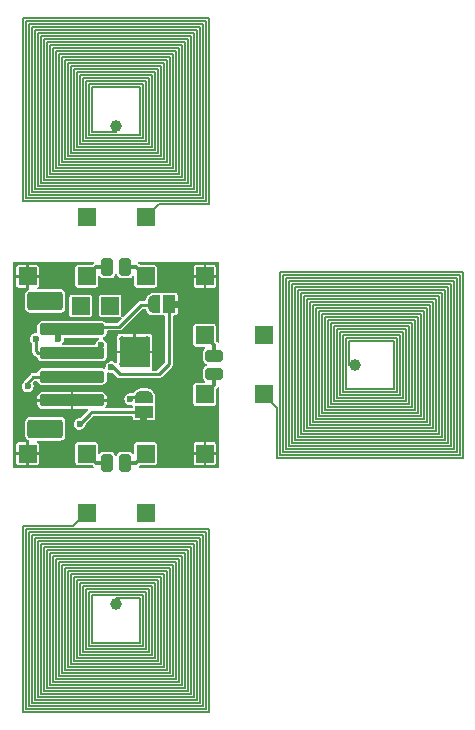
<source format=gbr>
%TF.GenerationSoftware,KiCad,Pcbnew,7.0.5-4d25ed1034~172~ubuntu22.04.1*%
%TF.CreationDate,2023-06-17T19:19:04+02:00*%
%TF.ProjectId,donttouchit,646f6e74-746f-4756-9368-69742e6b6963,rev?*%
%TF.SameCoordinates,Original*%
%TF.FileFunction,Copper,L2,Bot*%
%TF.FilePolarity,Positive*%
%FSLAX46Y46*%
G04 Gerber Fmt 4.6, Leading zero omitted, Abs format (unit mm)*
G04 Created by KiCad (PCBNEW 7.0.5-4d25ed1034~172~ubuntu22.04.1) date 2023-06-17 19:19:04*
%MOMM*%
%LPD*%
G01*
G04 APERTURE LIST*
G04 Aperture macros list*
%AMRoundRect*
0 Rectangle with rounded corners*
0 $1 Rounding radius*
0 $2 $3 $4 $5 $6 $7 $8 $9 X,Y pos of 4 corners*
0 Add a 4 corners polygon primitive as box body*
4,1,4,$2,$3,$4,$5,$6,$7,$8,$9,$2,$3,0*
0 Add four circle primitives for the rounded corners*
1,1,$1+$1,$2,$3*
1,1,$1+$1,$4,$5*
1,1,$1+$1,$6,$7*
1,1,$1+$1,$8,$9*
0 Add four rect primitives between the rounded corners*
20,1,$1+$1,$2,$3,$4,$5,0*
20,1,$1+$1,$4,$5,$6,$7,0*
20,1,$1+$1,$6,$7,$8,$9,0*
20,1,$1+$1,$8,$9,$2,$3,0*%
%AMFreePoly0*
4,1,19,0.550000,-0.750000,0.000000,-0.750000,0.000000,-0.744911,-0.071157,-0.744911,-0.207708,-0.704816,-0.327430,-0.627875,-0.420627,-0.520320,-0.479746,-0.390866,-0.500000,-0.250000,-0.500000,0.250000,-0.479746,0.390866,-0.420627,0.520320,-0.327430,0.627875,-0.207708,0.704816,-0.071157,0.744911,0.000000,0.744911,0.000000,0.750000,0.550000,0.750000,0.550000,-0.750000,0.550000,-0.750000,
$1*%
%AMFreePoly1*
4,1,19,0.000000,0.744911,0.071157,0.744911,0.207708,0.704816,0.327430,0.627875,0.420627,0.520320,0.479746,0.390866,0.500000,0.250000,0.500000,-0.250000,0.479746,-0.390866,0.420627,-0.520320,0.327430,-0.627875,0.207708,-0.704816,0.071157,-0.744911,0.000000,-0.744911,0.000000,-0.750000,-0.550000,-0.750000,-0.550000,0.750000,0.000000,0.750000,0.000000,0.744911,0.000000,0.744911,
$1*%
G04 Aperture macros list end*
%TA.AperFunction,EtchedComponent*%
%ADD10C,0.127000*%
%TD*%
%TA.AperFunction,ComponentPad*%
%ADD11C,0.500000*%
%TD*%
%TA.AperFunction,SMDPad,CuDef*%
%ADD12R,2.600000X2.600000*%
%TD*%
%TA.AperFunction,ComponentPad*%
%ADD13R,1.500000X1.500000*%
%TD*%
%TA.AperFunction,SMDPad,CuDef*%
%ADD14RoundRect,0.031750X0.968250X0.031750X-0.968250X0.031750X-0.968250X-0.031750X0.968250X-0.031750X0*%
%TD*%
%TA.AperFunction,ComponentPad*%
%ADD15C,1.000000*%
%TD*%
%TA.AperFunction,SMDPad,CuDef*%
%ADD16RoundRect,0.250000X0.250000X0.500000X-0.250000X0.500000X-0.250000X-0.500000X0.250000X-0.500000X0*%
%TD*%
%TA.AperFunction,SMDPad,CuDef*%
%ADD17RoundRect,0.031750X-0.968250X-0.031750X0.968250X-0.031750X0.968250X0.031750X-0.968250X0.031750X0*%
%TD*%
%TA.AperFunction,SMDPad,CuDef*%
%ADD18FreePoly0,90.000000*%
%TD*%
%TA.AperFunction,SMDPad,CuDef*%
%ADD19R,1.500000X1.000000*%
%TD*%
%TA.AperFunction,SMDPad,CuDef*%
%ADD20FreePoly1,90.000000*%
%TD*%
%TA.AperFunction,SMDPad,CuDef*%
%ADD21FreePoly0,180.000000*%
%TD*%
%TA.AperFunction,SMDPad,CuDef*%
%ADD22R,1.000000X1.500000*%
%TD*%
%TA.AperFunction,SMDPad,CuDef*%
%ADD23FreePoly1,180.000000*%
%TD*%
%TA.AperFunction,SMDPad,CuDef*%
%ADD24RoundRect,0.031750X0.031750X-0.968250X0.031750X0.968250X-0.031750X0.968250X-0.031750X-0.968250X0*%
%TD*%
%TA.AperFunction,SMDPad,CuDef*%
%ADD25RoundRect,0.250000X-2.500000X0.250000X-2.500000X-0.250000X2.500000X-0.250000X2.500000X0.250000X0*%
%TD*%
%TA.AperFunction,SMDPad,CuDef*%
%ADD26RoundRect,0.250000X-1.250000X0.550000X-1.250000X-0.550000X1.250000X-0.550000X1.250000X0.550000X0*%
%TD*%
%TA.AperFunction,SMDPad,CuDef*%
%ADD27RoundRect,0.250000X0.500000X-0.250000X0.500000X0.250000X-0.500000X0.250000X-0.500000X-0.250000X0*%
%TD*%
%TA.AperFunction,SMDPad,CuDef*%
%ADD28RoundRect,0.250000X-0.250000X-0.500000X0.250000X-0.500000X0.250000X0.500000X-0.250000X0.500000X0*%
%TD*%
%TA.AperFunction,ViaPad*%
%ADD29C,0.600000*%
%TD*%
%TA.AperFunction,Conductor*%
%ADD30C,0.500000*%
%TD*%
%TA.AperFunction,Conductor*%
%ADD31C,0.250000*%
%TD*%
%TA.AperFunction,Conductor*%
%ADD32C,0.300000*%
%TD*%
%TA.AperFunction,Conductor*%
%ADD33C,0.127000*%
%TD*%
G04 APERTURE END LIST*
D10*
%TO.C,L3*%
X151374000Y-68874000D02*
X151374000Y-53126000D01*
X151374000Y-68874000D02*
X150358000Y-68874000D01*
X151374000Y-53126000D02*
X135626000Y-53126000D01*
X151120000Y-68620000D02*
X151120000Y-53380000D01*
X151120000Y-53380000D02*
X135880000Y-53380000D01*
X150866000Y-68366000D02*
X150866000Y-53634000D01*
X150866000Y-53634000D02*
X136134000Y-53634000D01*
X150612000Y-68112000D02*
X150612000Y-53888000D01*
X150612000Y-53888000D02*
X136388000Y-53888000D01*
X150358000Y-67858000D02*
X150358000Y-54142000D01*
X150358000Y-54142000D02*
X136642000Y-54142000D01*
X150104000Y-67604000D02*
X150104000Y-54396000D01*
X150104000Y-54396000D02*
X136896000Y-54396000D01*
X149850000Y-67350000D02*
X149850000Y-54650000D01*
X149850000Y-54650000D02*
X137150000Y-54650000D01*
X149596000Y-67096000D02*
X149596000Y-54904000D01*
X149596000Y-54904000D02*
X137404000Y-54904000D01*
X149342000Y-66842000D02*
X149342000Y-55158000D01*
X149342000Y-55158000D02*
X137658000Y-55158000D01*
X149088000Y-66588000D02*
X149088000Y-55412000D01*
X149088000Y-55412000D02*
X137912000Y-55412000D01*
X148834000Y-66334000D02*
X148834000Y-55666000D01*
X148834000Y-55666000D02*
X138166000Y-55666000D01*
X148580000Y-66080000D02*
X148580000Y-55920000D01*
X148580000Y-55920000D02*
X138420000Y-55920000D01*
X148326000Y-65826000D02*
X148326000Y-56174000D01*
X148326000Y-56174000D02*
X138674000Y-56174000D01*
X148072000Y-65572000D02*
X148072000Y-56428000D01*
X148072000Y-56428000D02*
X138928000Y-56428000D01*
X147818000Y-65318000D02*
X147818000Y-56682000D01*
X147818000Y-56682000D02*
X139182000Y-56682000D01*
X147564000Y-65064000D02*
X147564000Y-56936000D01*
X147564000Y-56936000D02*
X139436000Y-56936000D01*
X147310000Y-64810000D02*
X147310000Y-57190000D01*
X147310000Y-57190000D02*
X139690000Y-57190000D01*
X147056000Y-64556000D02*
X147056000Y-57444000D01*
X147056000Y-57444000D02*
X139944000Y-57444000D01*
X146802000Y-64302000D02*
X146802000Y-57698000D01*
X146802000Y-57698000D02*
X140198000Y-57698000D01*
X146548000Y-64048000D02*
X146548000Y-57952000D01*
X146548000Y-57952000D02*
X140452000Y-57952000D01*
X146294000Y-63794000D02*
X146294000Y-58206000D01*
X146294000Y-58206000D02*
X140706000Y-58206000D01*
X146040000Y-63540000D02*
X146040000Y-58460000D01*
X146040000Y-58460000D02*
X140960000Y-58460000D01*
X145786000Y-63286000D02*
X145786000Y-58714000D01*
X145786000Y-58714000D02*
X141214000Y-58714000D01*
X145532000Y-63032000D02*
X145532000Y-58968000D01*
X145532000Y-58968000D02*
X141468000Y-58968000D01*
X143500000Y-62778000D02*
X143500000Y-62270000D01*
X141468000Y-62778000D02*
X143500000Y-62778000D01*
X141468000Y-58968000D02*
X141468000Y-62778000D01*
X141214000Y-63032000D02*
X145532000Y-63032000D01*
X141214000Y-58714000D02*
X141214000Y-63032000D01*
X140960000Y-63286000D02*
X145786000Y-63286000D01*
X140960000Y-58460000D02*
X140960000Y-63286000D01*
X140706000Y-63540000D02*
X146040000Y-63540000D01*
X140706000Y-58206000D02*
X140706000Y-63540000D01*
X140452000Y-63794000D02*
X146294000Y-63794000D01*
X140452000Y-57952000D02*
X140452000Y-63794000D01*
X140198000Y-64048000D02*
X146548000Y-64048000D01*
X140198000Y-57698000D02*
X140198000Y-64048000D01*
X139944000Y-64302000D02*
X146802000Y-64302000D01*
X139944000Y-57444000D02*
X139944000Y-64302000D01*
X139690000Y-64556000D02*
X147056000Y-64556000D01*
X139690000Y-57190000D02*
X139690000Y-64556000D01*
X139436000Y-64810000D02*
X147310000Y-64810000D01*
X139436000Y-56936000D02*
X139436000Y-64810000D01*
X139182000Y-65064000D02*
X147564000Y-65064000D01*
X139182000Y-56682000D02*
X139182000Y-65064000D01*
X138928000Y-65318000D02*
X147818000Y-65318000D01*
X138928000Y-56428000D02*
X138928000Y-65318000D01*
X138674000Y-65572000D02*
X148072000Y-65572000D01*
X138674000Y-56174000D02*
X138674000Y-65572000D01*
X138420000Y-65826000D02*
X148326000Y-65826000D01*
X138420000Y-55920000D02*
X138420000Y-65826000D01*
X138166000Y-66080000D02*
X148580000Y-66080000D01*
X138166000Y-55666000D02*
X138166000Y-66080000D01*
X137912000Y-66334000D02*
X148834000Y-66334000D01*
X137912000Y-55412000D02*
X137912000Y-66334000D01*
X137658000Y-66588000D02*
X149088000Y-66588000D01*
X137658000Y-55158000D02*
X137658000Y-66588000D01*
X137404000Y-66842000D02*
X149342000Y-66842000D01*
X137404000Y-54904000D02*
X137404000Y-66842000D01*
X137150000Y-67096000D02*
X149596000Y-67096000D01*
X137150000Y-54650000D02*
X137150000Y-67096000D01*
X136896000Y-67350000D02*
X149850000Y-67350000D01*
X136896000Y-54396000D02*
X136896000Y-67350000D01*
X136642000Y-67604000D02*
X150104000Y-67604000D01*
X136642000Y-54142000D02*
X136642000Y-67604000D01*
X136388000Y-67858000D02*
X150358000Y-67858000D01*
X136388000Y-53888000D02*
X136388000Y-67858000D01*
X136134000Y-68112000D02*
X150612000Y-68112000D01*
X136134000Y-53634000D02*
X136134000Y-68112000D01*
X135880000Y-68366000D02*
X150866000Y-68366000D01*
X135880000Y-53380000D02*
X135880000Y-68366000D01*
X135626000Y-68620000D02*
X151120000Y-68620000D01*
X135626000Y-53126000D02*
X135626000Y-68620000D01*
%TO.C,L1*%
X135626000Y-96126000D02*
X135626000Y-111874000D01*
X135626000Y-96126000D02*
X136642000Y-96126000D01*
X135626000Y-111874000D02*
X151374000Y-111874000D01*
X135880000Y-96380000D02*
X135880000Y-111620000D01*
X135880000Y-111620000D02*
X151120000Y-111620000D01*
X136134000Y-96634000D02*
X136134000Y-111366000D01*
X136134000Y-111366000D02*
X150866000Y-111366000D01*
X136388000Y-96888000D02*
X136388000Y-111112000D01*
X136388000Y-111112000D02*
X150612000Y-111112000D01*
X136642000Y-97142000D02*
X136642000Y-110858000D01*
X136642000Y-110858000D02*
X150358000Y-110858000D01*
X136896000Y-97396000D02*
X136896000Y-110604000D01*
X136896000Y-110604000D02*
X150104000Y-110604000D01*
X137150000Y-97650000D02*
X137150000Y-110350000D01*
X137150000Y-110350000D02*
X149850000Y-110350000D01*
X137404000Y-97904000D02*
X137404000Y-110096000D01*
X137404000Y-110096000D02*
X149596000Y-110096000D01*
X137658000Y-98158000D02*
X137658000Y-109842000D01*
X137658000Y-109842000D02*
X149342000Y-109842000D01*
X137912000Y-98412000D02*
X137912000Y-109588000D01*
X137912000Y-109588000D02*
X149088000Y-109588000D01*
X138166000Y-98666000D02*
X138166000Y-109334000D01*
X138166000Y-109334000D02*
X148834000Y-109334000D01*
X138420000Y-98920000D02*
X138420000Y-109080000D01*
X138420000Y-109080000D02*
X148580000Y-109080000D01*
X138674000Y-99174000D02*
X138674000Y-108826000D01*
X138674000Y-108826000D02*
X148326000Y-108826000D01*
X138928000Y-99428000D02*
X138928000Y-108572000D01*
X138928000Y-108572000D02*
X148072000Y-108572000D01*
X139182000Y-99682000D02*
X139182000Y-108318000D01*
X139182000Y-108318000D02*
X147818000Y-108318000D01*
X139436000Y-99936000D02*
X139436000Y-108064000D01*
X139436000Y-108064000D02*
X147564000Y-108064000D01*
X139690000Y-100190000D02*
X139690000Y-107810000D01*
X139690000Y-107810000D02*
X147310000Y-107810000D01*
X139944000Y-100444000D02*
X139944000Y-107556000D01*
X139944000Y-107556000D02*
X147056000Y-107556000D01*
X140198000Y-100698000D02*
X140198000Y-107302000D01*
X140198000Y-107302000D02*
X146802000Y-107302000D01*
X140452000Y-100952000D02*
X140452000Y-107048000D01*
X140452000Y-107048000D02*
X146548000Y-107048000D01*
X140706000Y-101206000D02*
X140706000Y-106794000D01*
X140706000Y-106794000D02*
X146294000Y-106794000D01*
X140960000Y-101460000D02*
X140960000Y-106540000D01*
X140960000Y-106540000D02*
X146040000Y-106540000D01*
X141214000Y-101714000D02*
X141214000Y-106286000D01*
X141214000Y-106286000D02*
X145786000Y-106286000D01*
X141468000Y-101968000D02*
X141468000Y-106032000D01*
X141468000Y-106032000D02*
X145532000Y-106032000D01*
X143500000Y-102222000D02*
X143500000Y-102730000D01*
X145532000Y-102222000D02*
X143500000Y-102222000D01*
X145532000Y-106032000D02*
X145532000Y-102222000D01*
X145786000Y-101968000D02*
X141468000Y-101968000D01*
X145786000Y-106286000D02*
X145786000Y-101968000D01*
X146040000Y-101714000D02*
X141214000Y-101714000D01*
X146040000Y-106540000D02*
X146040000Y-101714000D01*
X146294000Y-101460000D02*
X140960000Y-101460000D01*
X146294000Y-106794000D02*
X146294000Y-101460000D01*
X146548000Y-101206000D02*
X140706000Y-101206000D01*
X146548000Y-107048000D02*
X146548000Y-101206000D01*
X146802000Y-100952000D02*
X140452000Y-100952000D01*
X146802000Y-107302000D02*
X146802000Y-100952000D01*
X147056000Y-100698000D02*
X140198000Y-100698000D01*
X147056000Y-107556000D02*
X147056000Y-100698000D01*
X147310000Y-100444000D02*
X139944000Y-100444000D01*
X147310000Y-107810000D02*
X147310000Y-100444000D01*
X147564000Y-100190000D02*
X139690000Y-100190000D01*
X147564000Y-108064000D02*
X147564000Y-100190000D01*
X147818000Y-99936000D02*
X139436000Y-99936000D01*
X147818000Y-108318000D02*
X147818000Y-99936000D01*
X148072000Y-99682000D02*
X139182000Y-99682000D01*
X148072000Y-108572000D02*
X148072000Y-99682000D01*
X148326000Y-99428000D02*
X138928000Y-99428000D01*
X148326000Y-108826000D02*
X148326000Y-99428000D01*
X148580000Y-99174000D02*
X138674000Y-99174000D01*
X148580000Y-109080000D02*
X148580000Y-99174000D01*
X148834000Y-98920000D02*
X138420000Y-98920000D01*
X148834000Y-109334000D02*
X148834000Y-98920000D01*
X149088000Y-98666000D02*
X138166000Y-98666000D01*
X149088000Y-109588000D02*
X149088000Y-98666000D01*
X149342000Y-98412000D02*
X137912000Y-98412000D01*
X149342000Y-109842000D02*
X149342000Y-98412000D01*
X149596000Y-98158000D02*
X137658000Y-98158000D01*
X149596000Y-110096000D02*
X149596000Y-98158000D01*
X149850000Y-97904000D02*
X137404000Y-97904000D01*
X149850000Y-110350000D02*
X149850000Y-97904000D01*
X150104000Y-97650000D02*
X137150000Y-97650000D01*
X150104000Y-110604000D02*
X150104000Y-97650000D01*
X150358000Y-97396000D02*
X136896000Y-97396000D01*
X150358000Y-110858000D02*
X150358000Y-97396000D01*
X150612000Y-97142000D02*
X136642000Y-97142000D01*
X150612000Y-111112000D02*
X150612000Y-97142000D01*
X150866000Y-96888000D02*
X136388000Y-96888000D01*
X150866000Y-111366000D02*
X150866000Y-96888000D01*
X151120000Y-96634000D02*
X136134000Y-96634000D01*
X151120000Y-111620000D02*
X151120000Y-96634000D01*
X151374000Y-96380000D02*
X135880000Y-96380000D01*
X151374000Y-111874000D02*
X151374000Y-96380000D01*
%TA.AperFunction,EtchedComponent*%
%TO.C,JP1*%
G36*
X146142500Y-87400000D02*
G01*
X145542500Y-87400000D01*
X145542500Y-86900000D01*
X146142500Y-86900000D01*
X146142500Y-87400000D01*
G37*
%TD.AperFunction*%
%TA.AperFunction,EtchedComponent*%
%TO.C,JP2*%
G36*
X148900000Y-77657500D02*
G01*
X148400000Y-77657500D01*
X148400000Y-77057500D01*
X148900000Y-77057500D01*
X148900000Y-77657500D01*
G37*
%TD.AperFunction*%
%TO.C,L2*%
X157126000Y-90374000D02*
X172874000Y-90374000D01*
X157126000Y-90374000D02*
X157126000Y-89358000D01*
X172874000Y-90374000D02*
X172874000Y-74626000D01*
X157380000Y-90120000D02*
X172620000Y-90120000D01*
X172620000Y-90120000D02*
X172620000Y-74880000D01*
X157634000Y-89866000D02*
X172366000Y-89866000D01*
X172366000Y-89866000D02*
X172366000Y-75134000D01*
X157888000Y-89612000D02*
X172112000Y-89612000D01*
X172112000Y-89612000D02*
X172112000Y-75388000D01*
X158142000Y-89358000D02*
X171858000Y-89358000D01*
X171858000Y-89358000D02*
X171858000Y-75642000D01*
X158396000Y-89104000D02*
X171604000Y-89104000D01*
X171604000Y-89104000D02*
X171604000Y-75896000D01*
X158650000Y-88850000D02*
X171350000Y-88850000D01*
X171350000Y-88850000D02*
X171350000Y-76150000D01*
X158904000Y-88596000D02*
X171096000Y-88596000D01*
X171096000Y-88596000D02*
X171096000Y-76404000D01*
X159158000Y-88342000D02*
X170842000Y-88342000D01*
X170842000Y-88342000D02*
X170842000Y-76658000D01*
X159412000Y-88088000D02*
X170588000Y-88088000D01*
X170588000Y-88088000D02*
X170588000Y-76912000D01*
X159666000Y-87834000D02*
X170334000Y-87834000D01*
X170334000Y-87834000D02*
X170334000Y-77166000D01*
X159920000Y-87580000D02*
X170080000Y-87580000D01*
X170080000Y-87580000D02*
X170080000Y-77420000D01*
X160174000Y-87326000D02*
X169826000Y-87326000D01*
X169826000Y-87326000D02*
X169826000Y-77674000D01*
X160428000Y-87072000D02*
X169572000Y-87072000D01*
X169572000Y-87072000D02*
X169572000Y-77928000D01*
X160682000Y-86818000D02*
X169318000Y-86818000D01*
X169318000Y-86818000D02*
X169318000Y-78182000D01*
X160936000Y-86564000D02*
X169064000Y-86564000D01*
X169064000Y-86564000D02*
X169064000Y-78436000D01*
X161190000Y-86310000D02*
X168810000Y-86310000D01*
X168810000Y-86310000D02*
X168810000Y-78690000D01*
X161444000Y-86056000D02*
X168556000Y-86056000D01*
X168556000Y-86056000D02*
X168556000Y-78944000D01*
X161698000Y-85802000D02*
X168302000Y-85802000D01*
X168302000Y-85802000D02*
X168302000Y-79198000D01*
X161952000Y-85548000D02*
X168048000Y-85548000D01*
X168048000Y-85548000D02*
X168048000Y-79452000D01*
X162206000Y-85294000D02*
X167794000Y-85294000D01*
X167794000Y-85294000D02*
X167794000Y-79706000D01*
X162460000Y-85040000D02*
X167540000Y-85040000D01*
X167540000Y-85040000D02*
X167540000Y-79960000D01*
X162714000Y-84786000D02*
X167286000Y-84786000D01*
X167286000Y-84786000D02*
X167286000Y-80214000D01*
X162968000Y-84532000D02*
X167032000Y-84532000D01*
X167032000Y-84532000D02*
X167032000Y-80468000D01*
X163222000Y-82500000D02*
X163730000Y-82500000D01*
X163222000Y-80468000D02*
X163222000Y-82500000D01*
X167032000Y-80468000D02*
X163222000Y-80468000D01*
X162968000Y-80214000D02*
X162968000Y-84532000D01*
X167286000Y-80214000D02*
X162968000Y-80214000D01*
X162714000Y-79960000D02*
X162714000Y-84786000D01*
X167540000Y-79960000D02*
X162714000Y-79960000D01*
X162460000Y-79706000D02*
X162460000Y-85040000D01*
X167794000Y-79706000D02*
X162460000Y-79706000D01*
X162206000Y-79452000D02*
X162206000Y-85294000D01*
X168048000Y-79452000D02*
X162206000Y-79452000D01*
X161952000Y-79198000D02*
X161952000Y-85548000D01*
X168302000Y-79198000D02*
X161952000Y-79198000D01*
X161698000Y-78944000D02*
X161698000Y-85802000D01*
X168556000Y-78944000D02*
X161698000Y-78944000D01*
X161444000Y-78690000D02*
X161444000Y-86056000D01*
X168810000Y-78690000D02*
X161444000Y-78690000D01*
X161190000Y-78436000D02*
X161190000Y-86310000D01*
X169064000Y-78436000D02*
X161190000Y-78436000D01*
X160936000Y-78182000D02*
X160936000Y-86564000D01*
X169318000Y-78182000D02*
X160936000Y-78182000D01*
X160682000Y-77928000D02*
X160682000Y-86818000D01*
X169572000Y-77928000D02*
X160682000Y-77928000D01*
X160428000Y-77674000D02*
X160428000Y-87072000D01*
X169826000Y-77674000D02*
X160428000Y-77674000D01*
X160174000Y-77420000D02*
X160174000Y-87326000D01*
X170080000Y-77420000D02*
X160174000Y-77420000D01*
X159920000Y-77166000D02*
X159920000Y-87580000D01*
X170334000Y-77166000D02*
X159920000Y-77166000D01*
X159666000Y-76912000D02*
X159666000Y-87834000D01*
X170588000Y-76912000D02*
X159666000Y-76912000D01*
X159412000Y-76658000D02*
X159412000Y-88088000D01*
X170842000Y-76658000D02*
X159412000Y-76658000D01*
X159158000Y-76404000D02*
X159158000Y-88342000D01*
X171096000Y-76404000D02*
X159158000Y-76404000D01*
X158904000Y-76150000D02*
X158904000Y-88596000D01*
X171350000Y-76150000D02*
X158904000Y-76150000D01*
X158650000Y-75896000D02*
X158650000Y-88850000D01*
X171604000Y-75896000D02*
X158650000Y-75896000D01*
X158396000Y-75642000D02*
X158396000Y-89104000D01*
X171858000Y-75642000D02*
X158396000Y-75642000D01*
X158142000Y-75388000D02*
X158142000Y-89358000D01*
X172112000Y-75388000D02*
X158142000Y-75388000D01*
X157888000Y-75134000D02*
X157888000Y-89612000D01*
X172366000Y-75134000D02*
X157888000Y-75134000D01*
X157634000Y-74880000D02*
X157634000Y-89866000D01*
X172620000Y-74880000D02*
X157634000Y-74880000D01*
X157380000Y-74626000D02*
X157380000Y-90120000D01*
X172874000Y-74626000D02*
X157380000Y-74626000D01*
%TD*%
D11*
%TO.P,U1,17,GND*%
%TO.N,GND*%
X144012500Y-80337500D03*
X144012500Y-81387500D03*
X144012500Y-82437500D03*
X145062500Y-80337500D03*
X145062500Y-81387500D03*
D12*
X145062500Y-81387500D03*
D11*
X145062500Y-82437500D03*
X146112500Y-80337500D03*
X146112500Y-81387500D03*
X146112500Y-82437500D03*
%TD*%
D13*
%TO.P,TP3,1,1*%
%TO.N,IN1A*%
X156000000Y-85000000D03*
%TD*%
%TO.P,TP5,1,1*%
%TO.N,IN2A*%
X146000000Y-70000000D03*
%TD*%
%TO.P,TP9,1,1*%
%TO.N,IN0A*%
X141000000Y-90000000D03*
%TD*%
%TO.P,TP17,1,1*%
%TO.N,GND*%
X136000000Y-90000000D03*
%TD*%
%TO.P,TP4,1,1*%
%TO.N,IN1B*%
X156000000Y-80000000D03*
%TD*%
%TO.P,TP8,1,1*%
%TO.N,IN2B*%
X141000000Y-70000000D03*
%TD*%
%TO.P,TP1,1,1*%
%TO.N,IN0A*%
X141000000Y-95000000D03*
%TD*%
%TO.P,TP10,1,1*%
%TO.N,IN0B*%
X146000000Y-90000000D03*
%TD*%
%TO.P,TP14,1,1*%
%TO.N,IN3B*%
X140500000Y-77500000D03*
%TD*%
%TO.P,TP13,1,1*%
%TO.N,IN3A*%
X143000000Y-77500000D03*
%TD*%
%TO.P,TP19,1,1*%
%TO.N,GND*%
X151000000Y-90000000D03*
%TD*%
%TO.P,TP11,1,1*%
%TO.N,IN1A*%
X151000000Y-85000000D03*
%TD*%
%TO.P,TP7,1,1*%
%TO.N,IN2A*%
X146000000Y-75000000D03*
%TD*%
%TO.P,TP12,1,1*%
%TO.N,IN1B*%
X151000000Y-80000000D03*
%TD*%
%TO.P,TP2,1,1*%
%TO.N,IN0B*%
X146000000Y-95000000D03*
%TD*%
%TO.P,TP16,1,1*%
%TO.N,GND*%
X136000000Y-75000000D03*
%TD*%
%TO.P,TP18,1,1*%
%TO.N,GND*%
X151000000Y-75000000D03*
%TD*%
%TO.P,TP6,1,1*%
%TO.N,IN2B*%
X141000000Y-75000000D03*
%TD*%
D14*
%TO.P,L3,1,1*%
%TO.N,IN2A*%
X150104000Y-68874000D03*
D15*
%TO.P,L3,C*%
%TO.N,N/C*%
X143500000Y-62270000D03*
%TD*%
D16*
%TO.P,J6,1,Pin_1*%
%TO.N,IN2A*%
X144262000Y-74200000D03*
%TO.P,J6,2,Pin_2*%
%TO.N,IN2B*%
X142738000Y-74200000D03*
%TD*%
D17*
%TO.P,L1,1,1*%
%TO.N,IN0A*%
X136896000Y-96126000D03*
D15*
%TO.P,L1,C*%
%TO.N,N/C*%
X143500000Y-102730000D03*
%TD*%
D18*
%TO.P,JP1,1,A*%
%TO.N,GND*%
X145842500Y-87800000D03*
D19*
%TO.P,JP1,2,C*%
%TO.N,Net-(JP1-C)*%
X145842500Y-86500000D03*
D20*
%TO.P,JP1,3,B*%
%TO.N,VCC*%
X145842500Y-85200000D03*
%TD*%
D21*
%TO.P,JP2,1,A*%
%TO.N,GND*%
X149300000Y-77357500D03*
D22*
%TO.P,JP2,2,C*%
%TO.N,Net-(JP2-C)*%
X148000000Y-77357500D03*
D23*
%TO.P,JP2,3,B*%
%TO.N,VCC*%
X146700000Y-77357500D03*
%TD*%
D24*
%TO.P,L2,1,1*%
%TO.N,IN1A*%
X157126000Y-89104000D03*
D15*
%TO.P,L2,C*%
%TO.N,N/C*%
X163730000Y-82500000D03*
%TD*%
D25*
%TO.P,J10,1,Pin_1*%
%TO.N,VCC*%
X139750000Y-79500000D03*
%TO.P,J10,2,Pin_2*%
%TO.N,Net-(J10-Pin_2)*%
X139750000Y-81500000D03*
%TO.P,J10,3,Pin_3*%
%TO.N,Net-(J10-Pin_3)*%
X139750000Y-83500000D03*
%TO.P,J10,4,Pin_4*%
%TO.N,GND*%
X139750000Y-85500000D03*
D26*
%TO.P,J10,MP*%
%TO.N,N/C*%
X137500000Y-77100000D03*
X137500000Y-87900000D03*
%TD*%
D27*
%TO.P,J5,1,Pin_1*%
%TO.N,IN1A*%
X151800000Y-83262000D03*
%TO.P,J5,2,Pin_2*%
%TO.N,IN1B*%
X151800000Y-81738000D03*
%TD*%
D28*
%TO.P,J4,1,Pin_1*%
%TO.N,IN0A*%
X142738000Y-90800000D03*
%TO.P,J4,2,Pin_2*%
%TO.N,IN0B*%
X144262000Y-90800000D03*
%TD*%
D29*
%TO.N,VCC*%
X138600000Y-80300000D03*
X144700000Y-85400000D03*
%TO.N,GND*%
X136800000Y-86400000D03*
X140600000Y-80500000D03*
X144712500Y-87787500D03*
X143000000Y-83500000D03*
%TO.N,Net-(J10-Pin_2)*%
X142250000Y-80830000D03*
X136700000Y-80300000D03*
%TO.N,Net-(J10-Pin_3)*%
X136000000Y-84300000D03*
%TO.N,Net-(JP1-C)*%
X140400000Y-87500000D03*
%TO.N,Net-(JP2-C)*%
X143100000Y-82700000D03*
%TD*%
D30*
%TO.N,VCC*%
X138600000Y-80300000D02*
X138600000Y-79500000D01*
D31*
X145842500Y-85200000D02*
X144900000Y-85200000D01*
X145600000Y-77400000D02*
X143750000Y-79250000D01*
X143750000Y-79250000D02*
X139750000Y-79250000D01*
X146700000Y-77357500D02*
X146657500Y-77400000D01*
D30*
X138750000Y-79250000D02*
X138600000Y-79400000D01*
D31*
X144900000Y-85200000D02*
X144700000Y-85400000D01*
X146657500Y-77400000D02*
X145600000Y-77400000D01*
D30*
X139750000Y-79500000D02*
X138600000Y-79500000D01*
D32*
%TO.N,IN0B*%
X144262000Y-90800000D02*
X145200000Y-90800000D01*
X145200000Y-90800000D02*
X146000000Y-90000000D01*
D33*
%TO.N,IN0A*%
X139874000Y-96126000D02*
X141000000Y-95000000D01*
D32*
X142738000Y-90800000D02*
X141800000Y-90800000D01*
X141800000Y-90800000D02*
X141000000Y-90000000D01*
D33*
X136896000Y-96126000D02*
X139874000Y-96126000D01*
D32*
%TO.N,IN1B*%
X151800000Y-80800000D02*
X151000000Y-80000000D01*
X151800000Y-81738000D02*
X151800000Y-80800000D01*
%TO.N,IN1A*%
X151800000Y-84200000D02*
X151000000Y-85000000D01*
X151800000Y-83262000D02*
X151800000Y-84200000D01*
D33*
X157126000Y-89104000D02*
X157126000Y-86126000D01*
X157126000Y-86126000D02*
X156000000Y-85000000D01*
D32*
%TO.N,IN2B*%
X141800000Y-74200000D02*
X141000000Y-75000000D01*
X142738000Y-74200000D02*
X141800000Y-74200000D01*
%TO.N,IN2A*%
X144262000Y-74200000D02*
X145200000Y-74200000D01*
X145200000Y-74200000D02*
X146000000Y-75000000D01*
D33*
X147126000Y-68874000D02*
X146000000Y-70000000D01*
X150104000Y-68874000D02*
X147126000Y-68874000D01*
D31*
%TO.N,Net-(J10-Pin_2)*%
X141580000Y-81500000D02*
X139750000Y-81500000D01*
X136900000Y-81500000D02*
X139750000Y-81500000D01*
X136700000Y-81300000D02*
X136900000Y-81500000D01*
X136700000Y-80300000D02*
X136700000Y-81300000D01*
X142250000Y-80830000D02*
X141580000Y-81500000D01*
%TO.N,Net-(J10-Pin_3)*%
X136500000Y-83500000D02*
X139750000Y-83500000D01*
X136000000Y-84300000D02*
X136000000Y-84000000D01*
X136000000Y-84000000D02*
X136500000Y-83500000D01*
%TO.N,Net-(JP1-C)*%
X141400000Y-86500000D02*
X141250000Y-86650000D01*
X145842500Y-86500000D02*
X141400000Y-86500000D01*
X141250000Y-86650000D02*
X140400000Y-87500000D01*
%TO.N,Net-(JP2-C)*%
X148000000Y-82400000D02*
X147100000Y-83300000D01*
X148000000Y-77357500D02*
X148000000Y-82400000D01*
X147100000Y-83300000D02*
X143800000Y-83300000D01*
X143800000Y-83300000D02*
X143200000Y-82700000D01*
X143200000Y-82700000D02*
X143100000Y-82700000D01*
%TD*%
%TA.AperFunction,Conductor*%
%TO.N,GND*%
G36*
X144928014Y-81309854D02*
G01*
X144907209Y-81387500D01*
X144928014Y-81465145D01*
X144950369Y-81487500D01*
X144124632Y-81487500D01*
X144146986Y-81465146D01*
X144167791Y-81387500D01*
X144146986Y-81309855D01*
X144124631Y-81287500D01*
X144950368Y-81287500D01*
X144928014Y-81309854D01*
G37*
%TD.AperFunction*%
%TA.AperFunction,Conductor*%
G36*
X145978014Y-81309854D02*
G01*
X145957209Y-81387500D01*
X145978014Y-81465145D01*
X146000369Y-81487500D01*
X145174632Y-81487500D01*
X145196986Y-81465146D01*
X145217791Y-81387500D01*
X145196986Y-81309855D01*
X145174631Y-81287500D01*
X146000368Y-81287500D01*
X145978014Y-81309854D01*
G37*
%TD.AperFunction*%
%TA.AperFunction,Conductor*%
G36*
X145162500Y-81275368D02*
G01*
X145140145Y-81253014D01*
X145082246Y-81237500D01*
X145042754Y-81237500D01*
X144984855Y-81253014D01*
X144962500Y-81275368D01*
X144962500Y-80449631D01*
X144984855Y-80471986D01*
X145042754Y-80487500D01*
X145082246Y-80487500D01*
X145140145Y-80471986D01*
X145162500Y-80449631D01*
X145162500Y-81275368D01*
G37*
%TD.AperFunction*%
%TA.AperFunction,Conductor*%
G36*
X142024795Y-80219407D02*
G01*
X142060759Y-80268907D01*
X142060759Y-80330093D01*
X142024795Y-80379593D01*
X142020127Y-80382784D01*
X141918873Y-80447855D01*
X141824622Y-80556628D01*
X141764834Y-80687544D01*
X141760946Y-80714588D01*
X141733951Y-80769496D01*
X141679837Y-80798050D01*
X141662954Y-80799500D01*
X139046217Y-80799500D01*
X138988026Y-80780593D01*
X138952062Y-80731093D01*
X138952062Y-80669907D01*
X138971398Y-80635669D01*
X138985877Y-80618957D01*
X139025377Y-80573373D01*
X139085165Y-80442457D01*
X139097291Y-80358116D01*
X139105647Y-80300002D01*
X139105647Y-80299500D01*
X139105776Y-80299101D01*
X139106655Y-80292991D01*
X139107712Y-80293143D01*
X139124554Y-80241309D01*
X139174054Y-80205345D01*
X139204647Y-80200500D01*
X141966604Y-80200500D01*
X142024795Y-80219407D01*
G37*
%TD.AperFunction*%
%TA.AperFunction,Conductor*%
G36*
X141570348Y-73768907D02*
G01*
X141606312Y-73818407D01*
X141606312Y-73879593D01*
X141584990Y-73916054D01*
X141547727Y-73956530D01*
X141546312Y-73958004D01*
X141483816Y-74020502D01*
X141429300Y-74048281D01*
X141413811Y-74049500D01*
X140230252Y-74049500D01*
X140230251Y-74049500D01*
X140230241Y-74049501D01*
X140171772Y-74061132D01*
X140171766Y-74061134D01*
X140105451Y-74105445D01*
X140105445Y-74105451D01*
X140061134Y-74171766D01*
X140061132Y-74171772D01*
X140049501Y-74230241D01*
X140049500Y-74230253D01*
X140049500Y-75769746D01*
X140049501Y-75769758D01*
X140061094Y-75828036D01*
X140061133Y-75828231D01*
X140105448Y-75894552D01*
X140171769Y-75938867D01*
X140216231Y-75947711D01*
X140230241Y-75950498D01*
X140230246Y-75950498D01*
X140230252Y-75950500D01*
X140230253Y-75950500D01*
X141769747Y-75950500D01*
X141769748Y-75950500D01*
X141828231Y-75938867D01*
X141894552Y-75894552D01*
X141938867Y-75828231D01*
X141950500Y-75769748D01*
X141950500Y-75031218D01*
X141969407Y-74973027D01*
X142018907Y-74937063D01*
X142080093Y-74937063D01*
X142129155Y-74972430D01*
X142165845Y-75022144D01*
X142165850Y-75022150D01*
X142165853Y-75022152D01*
X142165855Y-75022154D01*
X142275116Y-75102792D01*
X142275117Y-75102792D01*
X142275118Y-75102793D01*
X142403301Y-75147646D01*
X142433725Y-75150499D01*
X142433727Y-75150500D01*
X142433734Y-75150500D01*
X143042273Y-75150500D01*
X143042273Y-75150499D01*
X143072699Y-75147646D01*
X143200882Y-75102793D01*
X143310150Y-75022150D01*
X143390793Y-74912882D01*
X143406556Y-74867835D01*
X143443621Y-74819154D01*
X143502221Y-74801557D01*
X143559973Y-74821765D01*
X143593444Y-74867835D01*
X143609206Y-74912881D01*
X143609207Y-74912883D01*
X143689845Y-75022144D01*
X143689846Y-75022145D01*
X143689850Y-75022150D01*
X143689853Y-75022152D01*
X143689855Y-75022154D01*
X143799116Y-75102792D01*
X143799117Y-75102792D01*
X143799118Y-75102793D01*
X143927301Y-75147646D01*
X143957725Y-75150499D01*
X143957727Y-75150500D01*
X143957734Y-75150500D01*
X144566273Y-75150500D01*
X144566273Y-75150499D01*
X144596699Y-75147646D01*
X144724882Y-75102793D01*
X144834150Y-75022150D01*
X144870844Y-74972430D01*
X144920612Y-74936837D01*
X144981796Y-74937295D01*
X145031025Y-74973628D01*
X145049500Y-75031218D01*
X145049500Y-75769746D01*
X145049501Y-75769758D01*
X145061094Y-75828036D01*
X145061133Y-75828231D01*
X145105448Y-75894552D01*
X145171769Y-75938867D01*
X145216231Y-75947711D01*
X145230241Y-75950498D01*
X145230246Y-75950498D01*
X145230252Y-75950500D01*
X145230253Y-75950500D01*
X146769747Y-75950500D01*
X146769748Y-75950500D01*
X146828231Y-75938867D01*
X146894552Y-75894552D01*
X146938867Y-75828231D01*
X146950500Y-75769748D01*
X146950500Y-75769700D01*
X150050000Y-75769700D01*
X150061603Y-75828036D01*
X150105806Y-75894189D01*
X150105810Y-75894193D01*
X150171963Y-75938396D01*
X150230299Y-75949999D01*
X150230303Y-75950000D01*
X150899999Y-75950000D01*
X150900000Y-75949999D01*
X150900000Y-75335720D01*
X150941595Y-75350000D01*
X151029005Y-75350000D01*
X151100000Y-75338153D01*
X151100000Y-75949999D01*
X151100001Y-75950000D01*
X151769697Y-75950000D01*
X151769700Y-75949999D01*
X151828036Y-75938396D01*
X151894189Y-75894193D01*
X151894193Y-75894189D01*
X151938396Y-75828036D01*
X151949999Y-75769700D01*
X151950000Y-75769697D01*
X151950000Y-75100001D01*
X151949999Y-75100000D01*
X151338327Y-75100000D01*
X151343982Y-75087108D01*
X151353628Y-74970698D01*
X151335725Y-74900000D01*
X151949999Y-74900000D01*
X151950000Y-74899998D01*
X151950000Y-74230302D01*
X151949999Y-74230299D01*
X151938396Y-74171963D01*
X151894193Y-74105810D01*
X151894189Y-74105806D01*
X151828036Y-74061603D01*
X151769700Y-74050000D01*
X151100001Y-74050000D01*
X151100000Y-74050001D01*
X151100000Y-74664279D01*
X151058405Y-74650000D01*
X150970995Y-74650000D01*
X150900000Y-74661846D01*
X150900000Y-74050001D01*
X150899999Y-74050000D01*
X150230299Y-74050000D01*
X150171963Y-74061603D01*
X150105810Y-74105806D01*
X150105806Y-74105810D01*
X150061603Y-74171963D01*
X150050000Y-74230299D01*
X150050000Y-74899999D01*
X150050001Y-74900000D01*
X150661673Y-74900000D01*
X150656018Y-74912892D01*
X150646372Y-75029302D01*
X150664275Y-75100000D01*
X150050001Y-75100000D01*
X150050000Y-75100001D01*
X150050000Y-75769700D01*
X146950500Y-75769700D01*
X146950500Y-74230252D01*
X146938867Y-74171769D01*
X146894552Y-74105448D01*
X146894548Y-74105445D01*
X146828233Y-74061134D01*
X146828231Y-74061133D01*
X146828228Y-74061132D01*
X146828227Y-74061132D01*
X146769758Y-74049501D01*
X146769748Y-74049500D01*
X146769747Y-74049500D01*
X145586190Y-74049500D01*
X145527999Y-74030593D01*
X145516186Y-74020504D01*
X145480801Y-73985119D01*
X145467925Y-73969262D01*
X145461437Y-73959331D01*
X145434885Y-73938665D01*
X145430283Y-73934601D01*
X145427306Y-73931624D01*
X145426032Y-73930714D01*
X145424430Y-73929571D01*
X145388058Y-73880371D01*
X145387551Y-73819188D01*
X145423104Y-73769392D01*
X145481136Y-73750003D01*
X145481956Y-73750000D01*
X152151000Y-73750000D01*
X152209191Y-73768907D01*
X152245155Y-73818407D01*
X152250000Y-73849000D01*
X152250000Y-80512156D01*
X152231093Y-80570347D01*
X152181593Y-80606311D01*
X152120407Y-80606311D01*
X152083949Y-80584993D01*
X152071326Y-80573373D01*
X152043488Y-80547746D01*
X152042018Y-80546335D01*
X151979496Y-80483814D01*
X151951719Y-80429297D01*
X151950500Y-80413810D01*
X151950500Y-79230253D01*
X151950498Y-79230241D01*
X151943632Y-79195725D01*
X151938867Y-79171769D01*
X151894552Y-79105448D01*
X151894548Y-79105445D01*
X151828233Y-79061134D01*
X151828231Y-79061133D01*
X151828228Y-79061132D01*
X151828227Y-79061132D01*
X151769758Y-79049501D01*
X151769748Y-79049500D01*
X150230252Y-79049500D01*
X150230251Y-79049500D01*
X150230241Y-79049501D01*
X150171772Y-79061132D01*
X150171766Y-79061134D01*
X150105451Y-79105445D01*
X150105445Y-79105451D01*
X150061134Y-79171766D01*
X150061132Y-79171772D01*
X150049501Y-79230241D01*
X150049500Y-79230253D01*
X150049500Y-80769746D01*
X150049501Y-80769758D01*
X150061132Y-80828227D01*
X150061134Y-80828233D01*
X150105445Y-80894548D01*
X150105448Y-80894552D01*
X150171769Y-80938867D01*
X150216231Y-80947711D01*
X150230241Y-80950498D01*
X150230246Y-80950498D01*
X150230252Y-80950500D01*
X150968782Y-80950500D01*
X151026973Y-80969407D01*
X151062937Y-81018907D01*
X151062937Y-81080093D01*
X151027570Y-81129155D01*
X150977854Y-81165846D01*
X150977845Y-81165855D01*
X150897207Y-81275116D01*
X150852355Y-81403296D01*
X150852353Y-81403305D01*
X150849500Y-81433725D01*
X150849500Y-82042274D01*
X150852353Y-82072694D01*
X150852355Y-82072703D01*
X150897207Y-82200883D01*
X150977845Y-82310144D01*
X150977847Y-82310146D01*
X150977850Y-82310150D01*
X150977853Y-82310152D01*
X150977855Y-82310154D01*
X151087116Y-82390792D01*
X151087117Y-82390792D01*
X151087118Y-82390793D01*
X151105552Y-82397243D01*
X151132165Y-82406556D01*
X151180845Y-82443621D01*
X151198442Y-82502222D01*
X151178234Y-82559974D01*
X151132165Y-82593444D01*
X151087116Y-82609207D01*
X150977855Y-82689845D01*
X150977845Y-82689855D01*
X150897207Y-82799116D01*
X150852355Y-82927296D01*
X150852353Y-82927305D01*
X150849500Y-82957725D01*
X150849500Y-83566274D01*
X150852353Y-83596694D01*
X150852355Y-83596703D01*
X150897207Y-83724883D01*
X150977845Y-83834144D01*
X150977847Y-83834146D01*
X150977850Y-83834150D01*
X150977853Y-83834152D01*
X150977854Y-83834153D01*
X151027570Y-83870845D01*
X151063163Y-83920612D01*
X151062705Y-83981796D01*
X151026372Y-84031025D01*
X150968782Y-84049500D01*
X150230252Y-84049500D01*
X150230251Y-84049500D01*
X150230241Y-84049501D01*
X150171772Y-84061132D01*
X150171766Y-84061134D01*
X150105451Y-84105445D01*
X150105445Y-84105451D01*
X150061134Y-84171766D01*
X150061132Y-84171772D01*
X150049501Y-84230241D01*
X150049500Y-84230253D01*
X150049500Y-85769746D01*
X150049501Y-85769758D01*
X150061132Y-85828227D01*
X150061134Y-85828233D01*
X150105445Y-85894548D01*
X150105448Y-85894552D01*
X150171769Y-85938867D01*
X150216231Y-85947711D01*
X150230241Y-85950498D01*
X150230246Y-85950498D01*
X150230252Y-85950500D01*
X150230253Y-85950500D01*
X151769747Y-85950500D01*
X151769748Y-85950500D01*
X151828231Y-85938867D01*
X151894552Y-85894552D01*
X151938867Y-85828231D01*
X151950500Y-85769748D01*
X151950500Y-84586187D01*
X151969407Y-84527996D01*
X151979485Y-84516194D01*
X152014883Y-84480796D01*
X152030729Y-84467930D01*
X152040669Y-84461437D01*
X152061341Y-84434875D01*
X152065399Y-84430281D01*
X152068375Y-84427306D01*
X152070423Y-84424436D01*
X152119621Y-84388059D01*
X152180805Y-84387548D01*
X152230604Y-84423097D01*
X152249997Y-84481128D01*
X152250000Y-84481955D01*
X152250000Y-91151000D01*
X152231093Y-91209191D01*
X152181593Y-91245155D01*
X152151000Y-91250000D01*
X145487844Y-91250000D01*
X145429653Y-91231093D01*
X145393689Y-91181593D01*
X145393689Y-91120407D01*
X145415005Y-91083951D01*
X145418256Y-91080418D01*
X145418258Y-91080418D01*
X145452288Y-91043450D01*
X145453652Y-91042028D01*
X145516186Y-90979495D01*
X145570704Y-90951719D01*
X145586189Y-90950500D01*
X146769747Y-90950500D01*
X146769748Y-90950500D01*
X146828231Y-90938867D01*
X146894552Y-90894552D01*
X146938867Y-90828231D01*
X146950500Y-90769748D01*
X146950500Y-90769700D01*
X150050000Y-90769700D01*
X150061603Y-90828036D01*
X150105806Y-90894189D01*
X150105810Y-90894193D01*
X150171963Y-90938396D01*
X150230299Y-90949999D01*
X150230303Y-90950000D01*
X150899999Y-90950000D01*
X150900000Y-90949998D01*
X150900000Y-90335720D01*
X150941595Y-90350000D01*
X151029005Y-90350000D01*
X151100000Y-90338153D01*
X151100000Y-90949998D01*
X151100001Y-90950000D01*
X151769697Y-90950000D01*
X151769700Y-90949999D01*
X151828036Y-90938396D01*
X151894189Y-90894193D01*
X151894193Y-90894189D01*
X151938396Y-90828036D01*
X151949999Y-90769700D01*
X151950000Y-90769697D01*
X151950000Y-90100001D01*
X151949999Y-90100000D01*
X151338327Y-90100000D01*
X151343982Y-90087108D01*
X151353628Y-89970698D01*
X151335725Y-89900000D01*
X151949999Y-89900000D01*
X151950000Y-89899999D01*
X151950000Y-89230302D01*
X151949999Y-89230299D01*
X151938396Y-89171963D01*
X151894193Y-89105810D01*
X151894189Y-89105806D01*
X151828036Y-89061603D01*
X151769700Y-89050000D01*
X151100000Y-89050000D01*
X151100000Y-89664279D01*
X151058405Y-89650000D01*
X150970995Y-89650000D01*
X150900000Y-89661846D01*
X150900000Y-89050000D01*
X150230299Y-89050000D01*
X150171963Y-89061603D01*
X150105810Y-89105806D01*
X150105806Y-89105810D01*
X150061603Y-89171963D01*
X150050000Y-89230299D01*
X150050000Y-89899999D01*
X150050001Y-89900000D01*
X150661673Y-89900000D01*
X150656018Y-89912892D01*
X150646372Y-90029302D01*
X150664275Y-90100000D01*
X150050000Y-90100000D01*
X150050000Y-90769700D01*
X146950500Y-90769700D01*
X146950500Y-89230252D01*
X146938867Y-89171769D01*
X146894552Y-89105448D01*
X146894548Y-89105445D01*
X146828233Y-89061134D01*
X146828231Y-89061133D01*
X146828228Y-89061132D01*
X146828227Y-89061132D01*
X146769758Y-89049501D01*
X146769748Y-89049500D01*
X145230252Y-89049500D01*
X145230251Y-89049500D01*
X145230241Y-89049501D01*
X145171772Y-89061132D01*
X145171766Y-89061134D01*
X145105451Y-89105445D01*
X145105445Y-89105451D01*
X145061134Y-89171766D01*
X145061132Y-89171772D01*
X145049501Y-89230241D01*
X145049500Y-89230253D01*
X145049500Y-89968781D01*
X145030593Y-90026972D01*
X144981093Y-90062936D01*
X144919907Y-90062936D01*
X144870845Y-90027570D01*
X144860914Y-90014115D01*
X144834150Y-89977850D01*
X144834146Y-89977847D01*
X144834144Y-89977845D01*
X144724883Y-89897207D01*
X144596703Y-89852355D01*
X144596694Y-89852353D01*
X144566274Y-89849500D01*
X144566266Y-89849500D01*
X143957734Y-89849500D01*
X143957725Y-89849500D01*
X143927305Y-89852353D01*
X143927296Y-89852355D01*
X143799116Y-89897207D01*
X143689855Y-89977845D01*
X143689845Y-89977855D01*
X143609207Y-90087116D01*
X143593444Y-90132165D01*
X143556379Y-90180845D01*
X143497778Y-90198442D01*
X143440026Y-90178234D01*
X143406556Y-90132165D01*
X143395301Y-90100001D01*
X143390793Y-90087118D01*
X143346403Y-90026972D01*
X143310154Y-89977855D01*
X143310151Y-89977852D01*
X143310150Y-89977850D01*
X143310146Y-89977847D01*
X143310144Y-89977845D01*
X143200883Y-89897207D01*
X143072703Y-89852355D01*
X143072694Y-89852353D01*
X143042274Y-89849500D01*
X143042266Y-89849500D01*
X142433734Y-89849500D01*
X142433725Y-89849500D01*
X142403305Y-89852353D01*
X142403296Y-89852355D01*
X142275116Y-89897207D01*
X142165855Y-89977845D01*
X142165848Y-89977852D01*
X142129155Y-90027570D01*
X142079387Y-90063162D01*
X142018203Y-90062704D01*
X141968974Y-90026371D01*
X141950500Y-89968781D01*
X141950500Y-89230253D01*
X141950498Y-89230241D01*
X141947711Y-89216231D01*
X141938867Y-89171769D01*
X141894552Y-89105448D01*
X141894548Y-89105445D01*
X141828233Y-89061134D01*
X141828231Y-89061133D01*
X141828228Y-89061132D01*
X141828227Y-89061132D01*
X141769758Y-89049501D01*
X141769748Y-89049500D01*
X140230252Y-89049500D01*
X140230251Y-89049500D01*
X140230241Y-89049501D01*
X140171772Y-89061132D01*
X140171766Y-89061134D01*
X140105451Y-89105445D01*
X140105445Y-89105451D01*
X140061134Y-89171766D01*
X140061132Y-89171772D01*
X140049501Y-89230241D01*
X140049500Y-89230253D01*
X140049500Y-90769746D01*
X140049501Y-90769758D01*
X140061094Y-90828036D01*
X140061133Y-90828231D01*
X140105448Y-90894552D01*
X140171769Y-90938867D01*
X140216231Y-90947711D01*
X140230241Y-90950498D01*
X140230246Y-90950498D01*
X140230252Y-90950500D01*
X141413811Y-90950500D01*
X141472002Y-90969407D01*
X141483815Y-90979496D01*
X141519197Y-91014878D01*
X141532072Y-91030734D01*
X141538563Y-91040669D01*
X141542177Y-91043482D01*
X141565110Y-91061331D01*
X141569709Y-91065391D01*
X141572688Y-91068370D01*
X141572691Y-91068372D01*
X141572694Y-91068375D01*
X141575577Y-91070433D01*
X141611944Y-91119636D01*
X141612446Y-91180819D01*
X141576890Y-91230612D01*
X141518856Y-91249997D01*
X141518044Y-91250000D01*
X134849000Y-91250000D01*
X134790809Y-91231093D01*
X134754845Y-91181593D01*
X134750000Y-91151000D01*
X134750000Y-90769700D01*
X135050000Y-90769700D01*
X135061603Y-90828036D01*
X135105806Y-90894189D01*
X135105810Y-90894193D01*
X135171963Y-90938396D01*
X135230299Y-90949999D01*
X135230303Y-90950000D01*
X135899999Y-90950000D01*
X135900000Y-90949999D01*
X135900000Y-90335720D01*
X135941595Y-90350000D01*
X136029005Y-90350000D01*
X136100000Y-90338153D01*
X136100000Y-90949999D01*
X136100001Y-90950000D01*
X136769697Y-90950000D01*
X136769700Y-90949999D01*
X136828036Y-90938396D01*
X136894189Y-90894193D01*
X136894193Y-90894189D01*
X136938396Y-90828036D01*
X136949999Y-90769700D01*
X136950000Y-90769697D01*
X136950000Y-90100001D01*
X136949999Y-90100000D01*
X136338327Y-90100000D01*
X136343982Y-90087108D01*
X136353628Y-89970698D01*
X136335725Y-89900000D01*
X136949999Y-89900000D01*
X136950000Y-89899998D01*
X136950000Y-89230302D01*
X136949999Y-89230299D01*
X136938396Y-89171963D01*
X136894193Y-89105810D01*
X136894189Y-89105806D01*
X136858284Y-89081815D01*
X136820405Y-89033765D01*
X136818003Y-88972627D01*
X136851996Y-88921754D01*
X136909399Y-88900576D01*
X136913286Y-88900500D01*
X138804273Y-88900500D01*
X138804273Y-88900499D01*
X138834699Y-88897646D01*
X138962882Y-88852793D01*
X139072150Y-88772150D01*
X139152793Y-88662882D01*
X139197646Y-88534699D01*
X139200499Y-88504273D01*
X139200500Y-88504273D01*
X139200500Y-87295726D01*
X139200499Y-87295725D01*
X139197646Y-87265305D01*
X139197646Y-87265301D01*
X139152793Y-87137118D01*
X139138576Y-87117855D01*
X139072154Y-87027855D01*
X139072152Y-87027853D01*
X139072150Y-87027850D01*
X139072146Y-87027847D01*
X139072144Y-87027845D01*
X138962883Y-86947207D01*
X138834703Y-86902355D01*
X138834694Y-86902353D01*
X138804274Y-86899500D01*
X138804266Y-86899500D01*
X136195734Y-86899500D01*
X136195725Y-86899500D01*
X136165305Y-86902353D01*
X136165296Y-86902355D01*
X136037116Y-86947207D01*
X135927855Y-87027845D01*
X135927845Y-87027855D01*
X135847207Y-87137116D01*
X135802355Y-87265296D01*
X135802353Y-87265305D01*
X135799500Y-87295725D01*
X135799500Y-88504274D01*
X135802353Y-88534694D01*
X135802355Y-88534703D01*
X135847207Y-88662883D01*
X135927845Y-88772144D01*
X135927847Y-88772146D01*
X135927850Y-88772150D01*
X135927853Y-88772152D01*
X135927855Y-88772154D01*
X136037114Y-88852791D01*
X136037116Y-88852791D01*
X136037118Y-88852793D01*
X136081074Y-88868174D01*
X136129753Y-88905237D01*
X136147350Y-88963837D01*
X136127142Y-89021589D01*
X136118379Y-89031620D01*
X136100000Y-89049999D01*
X136100000Y-89664279D01*
X136058405Y-89650000D01*
X135970995Y-89650000D01*
X135900000Y-89661846D01*
X135900000Y-89050000D01*
X135230299Y-89050000D01*
X135171963Y-89061603D01*
X135105810Y-89105806D01*
X135105806Y-89105810D01*
X135061603Y-89171963D01*
X135050000Y-89230299D01*
X135050000Y-89899999D01*
X135050001Y-89900000D01*
X135661673Y-89900000D01*
X135656018Y-89912892D01*
X135646372Y-90029302D01*
X135664275Y-90100000D01*
X135050001Y-90100000D01*
X135050000Y-90100001D01*
X135050000Y-90769700D01*
X134750000Y-90769700D01*
X134750000Y-85600000D01*
X136800001Y-85600000D01*
X136800001Y-85804203D01*
X136802850Y-85834600D01*
X136802850Y-85834602D01*
X136847654Y-85962647D01*
X136928207Y-86071790D01*
X136928209Y-86071792D01*
X137037352Y-86152345D01*
X137165398Y-86197149D01*
X137195789Y-86199999D01*
X139649998Y-86199999D01*
X139650000Y-86199997D01*
X139850000Y-86199997D01*
X139850001Y-86199999D01*
X141000667Y-86199999D01*
X141058858Y-86218906D01*
X141094822Y-86268406D01*
X141094822Y-86329592D01*
X141070672Y-86369000D01*
X141039972Y-86399701D01*
X141039972Y-86399702D01*
X140469170Y-86970504D01*
X140414653Y-86998281D01*
X140399166Y-86999500D01*
X140328035Y-86999500D01*
X140189949Y-87040046D01*
X140189942Y-87040049D01*
X140068873Y-87117855D01*
X139974622Y-87226628D01*
X139914834Y-87357543D01*
X139894353Y-87499997D01*
X139894353Y-87500002D01*
X139914834Y-87642456D01*
X139974622Y-87773371D01*
X139974623Y-87773373D01*
X140068872Y-87882143D01*
X140068873Y-87882144D01*
X140189942Y-87959950D01*
X140189947Y-87959953D01*
X140296403Y-87991211D01*
X140328035Y-88000499D01*
X140328036Y-88000499D01*
X140328039Y-88000500D01*
X140328041Y-88000500D01*
X140471959Y-88000500D01*
X140471961Y-88000500D01*
X140610053Y-87959953D01*
X140731128Y-87882143D01*
X140825377Y-87773373D01*
X140885165Y-87642457D01*
X140905647Y-87500000D01*
X140905647Y-87499997D01*
X140905647Y-87495686D01*
X140924554Y-87437495D01*
X140934643Y-87425682D01*
X141171460Y-87188865D01*
X141500298Y-86860028D01*
X141500298Y-86860027D01*
X141505829Y-86854495D01*
X141560346Y-86826719D01*
X141575833Y-86825500D01*
X144793000Y-86825500D01*
X144851191Y-86844407D01*
X144887155Y-86893907D01*
X144892000Y-86924500D01*
X144892000Y-87019746D01*
X144892001Y-87019758D01*
X144903632Y-87078227D01*
X144903634Y-87078233D01*
X144947945Y-87144548D01*
X144947948Y-87144552D01*
X145014269Y-87188867D01*
X145058731Y-87197711D01*
X145072741Y-87200498D01*
X145072746Y-87200498D01*
X145072752Y-87200500D01*
X145072753Y-87200500D01*
X146612247Y-87200500D01*
X146612248Y-87200500D01*
X146670731Y-87188867D01*
X146737052Y-87144552D01*
X146781367Y-87078231D01*
X146793000Y-87019748D01*
X146793000Y-85980252D01*
X146781367Y-85921769D01*
X146781365Y-85921766D01*
X146781365Y-85921764D01*
X146777687Y-85912884D01*
X146772886Y-85851887D01*
X146777687Y-85837112D01*
X146781362Y-85828238D01*
X146781367Y-85828231D01*
X146796928Y-85750000D01*
X146796928Y-85128111D01*
X146788647Y-85070517D01*
X146748140Y-84932562D01*
X146723969Y-84879634D01*
X146720670Y-84874500D01*
X146646244Y-84758689D01*
X146646238Y-84758681D01*
X146608139Y-84714713D01*
X146608138Y-84714712D01*
X146608132Y-84714705D01*
X146608122Y-84714696D01*
X146499476Y-84620554D01*
X146499463Y-84620545D01*
X146450532Y-84589099D01*
X146450519Y-84589092D01*
X146416095Y-84573371D01*
X146319738Y-84529366D01*
X146319733Y-84529364D01*
X146319732Y-84529364D01*
X146263909Y-84512973D01*
X146263905Y-84512972D01*
X146121597Y-84492511D01*
X146121593Y-84492511D01*
X146063407Y-84492511D01*
X146063405Y-84492511D01*
X146054238Y-84493829D01*
X146049126Y-84494564D01*
X146035037Y-84495572D01*
X145649963Y-84495572D01*
X145635873Y-84494564D01*
X145630761Y-84493829D01*
X145621595Y-84492511D01*
X145621593Y-84492511D01*
X145563407Y-84492511D01*
X145563403Y-84492511D01*
X145421094Y-84512972D01*
X145421090Y-84512973D01*
X145365267Y-84529364D01*
X145365263Y-84529365D01*
X145365262Y-84529366D01*
X145330632Y-84545181D01*
X145234480Y-84589092D01*
X145234467Y-84589099D01*
X145185536Y-84620545D01*
X145185523Y-84620554D01*
X145076877Y-84714696D01*
X145076860Y-84714713D01*
X145038767Y-84758675D01*
X145038762Y-84758681D01*
X144993996Y-84828339D01*
X144946629Y-84867070D01*
X144902085Y-84873438D01*
X144871196Y-84870735D01*
X144871187Y-84870736D01*
X144831564Y-84881353D01*
X144827349Y-84882287D01*
X144786960Y-84889410D01*
X144778818Y-84892374D01*
X144777994Y-84890110D01*
X144742956Y-84899500D01*
X144628035Y-84899500D01*
X144489949Y-84940046D01*
X144489942Y-84940049D01*
X144368873Y-85017855D01*
X144274622Y-85126628D01*
X144214834Y-85257543D01*
X144194353Y-85399997D01*
X144194353Y-85400000D01*
X144214834Y-85542456D01*
X144274622Y-85673371D01*
X144274623Y-85673373D01*
X144368872Y-85782143D01*
X144368873Y-85782144D01*
X144489942Y-85859950D01*
X144489947Y-85859953D01*
X144596403Y-85891211D01*
X144628035Y-85900499D01*
X144628036Y-85900499D01*
X144628039Y-85900500D01*
X144628041Y-85900500D01*
X144771962Y-85900500D01*
X144778910Y-85899501D01*
X144839199Y-85909934D01*
X144881842Y-85953811D01*
X144892000Y-85997493D01*
X144892000Y-86075500D01*
X144873093Y-86133691D01*
X144823593Y-86169655D01*
X144793000Y-86174500D01*
X142692099Y-86174500D01*
X142633908Y-86155593D01*
X142597944Y-86106093D01*
X142597944Y-86044907D01*
X142612444Y-86016712D01*
X142652344Y-85962649D01*
X142697149Y-85834601D01*
X142699999Y-85804211D01*
X142700000Y-85804210D01*
X142700000Y-85600000D01*
X139850001Y-85600000D01*
X139850000Y-85600001D01*
X139850000Y-86199997D01*
X139650000Y-86199997D01*
X139650000Y-85600001D01*
X139649999Y-85600000D01*
X136800001Y-85600000D01*
X134750000Y-85600000D01*
X134750000Y-85399999D01*
X136800000Y-85399999D01*
X136800001Y-85400000D01*
X139649999Y-85400000D01*
X139650000Y-85399999D01*
X139850000Y-85399999D01*
X139850001Y-85400000D01*
X142699998Y-85400000D01*
X142699999Y-85399998D01*
X142699999Y-85195796D01*
X142697149Y-85165399D01*
X142697149Y-85165397D01*
X142652345Y-85037352D01*
X142571792Y-84928209D01*
X142571790Y-84928207D01*
X142462647Y-84847654D01*
X142334601Y-84802850D01*
X142304211Y-84800000D01*
X139850001Y-84800000D01*
X139850000Y-84800001D01*
X139850000Y-85399999D01*
X139650000Y-85399999D01*
X139650000Y-84800001D01*
X139649999Y-84800000D01*
X137195796Y-84800000D01*
X137165399Y-84802850D01*
X137165397Y-84802850D01*
X137037352Y-84847654D01*
X136928209Y-84928207D01*
X136928207Y-84928209D01*
X136847654Y-85037352D01*
X136802850Y-85165398D01*
X136800000Y-85195788D01*
X136800000Y-85399999D01*
X134750000Y-85399999D01*
X134750000Y-84300002D01*
X135494353Y-84300002D01*
X135514834Y-84442456D01*
X135567184Y-84557085D01*
X135574623Y-84573373D01*
X135631436Y-84638939D01*
X135668873Y-84682144D01*
X135787980Y-84758689D01*
X135789947Y-84759953D01*
X135896403Y-84791211D01*
X135928035Y-84800499D01*
X135928036Y-84800499D01*
X135928039Y-84800500D01*
X135928041Y-84800500D01*
X136071959Y-84800500D01*
X136071961Y-84800500D01*
X136210053Y-84759953D01*
X136331128Y-84682143D01*
X136425377Y-84573373D01*
X136485165Y-84442457D01*
X136495708Y-84369126D01*
X136505647Y-84300002D01*
X136505647Y-84299997D01*
X136485166Y-84157547D01*
X136485165Y-84157543D01*
X136461375Y-84105451D01*
X136456539Y-84094862D01*
X136449565Y-84034079D01*
X136476588Y-83983736D01*
X136605829Y-83854496D01*
X136660347Y-83826719D01*
X136675833Y-83825500D01*
X136728891Y-83825500D01*
X136787082Y-83844407D01*
X136822335Y-83891802D01*
X136847207Y-83962883D01*
X136927845Y-84072144D01*
X136927847Y-84072146D01*
X136927850Y-84072150D01*
X136927853Y-84072152D01*
X136927855Y-84072154D01*
X137037116Y-84152792D01*
X137037117Y-84152792D01*
X137037118Y-84152793D01*
X137165301Y-84197646D01*
X137195725Y-84200499D01*
X137195727Y-84200500D01*
X137195734Y-84200500D01*
X142304273Y-84200500D01*
X142304273Y-84200499D01*
X142334699Y-84197646D01*
X142462882Y-84152793D01*
X142572150Y-84072150D01*
X142652793Y-83962882D01*
X142697646Y-83834699D01*
X142700499Y-83804273D01*
X142700500Y-83804273D01*
X142700500Y-83219507D01*
X142719407Y-83161316D01*
X142768907Y-83125352D01*
X142830093Y-83125352D01*
X142853023Y-83136223D01*
X142889947Y-83159953D01*
X142990276Y-83189412D01*
X143028035Y-83200499D01*
X143028036Y-83200499D01*
X143028039Y-83200500D01*
X143028041Y-83200500D01*
X143171960Y-83200500D01*
X143171961Y-83200500D01*
X143171961Y-83200499D01*
X143178972Y-83199492D01*
X143179315Y-83201881D01*
X143229484Y-83203311D01*
X143266226Y-83226552D01*
X143558257Y-83518584D01*
X143561175Y-83521769D01*
X143587544Y-83553193D01*
X143587545Y-83553194D01*
X143623073Y-83573706D01*
X143626712Y-83576025D01*
X143660311Y-83599551D01*
X143660313Y-83599552D01*
X143660316Y-83599554D01*
X143661767Y-83599942D01*
X143685659Y-83609840D01*
X143686954Y-83610588D01*
X143695854Y-83612157D01*
X143727365Y-83617713D01*
X143731544Y-83618638D01*
X143771193Y-83629263D01*
X143812065Y-83625687D01*
X143816365Y-83625500D01*
X147083626Y-83625500D01*
X147087926Y-83625687D01*
X147128807Y-83629264D01*
X147168452Y-83618640D01*
X147172650Y-83617710D01*
X147213045Y-83610588D01*
X147214345Y-83609838D01*
X147238236Y-83599942D01*
X147238464Y-83599880D01*
X147239684Y-83599554D01*
X147273303Y-83576012D01*
X147276911Y-83573714D01*
X147312455Y-83553194D01*
X147338827Y-83521763D01*
X147341726Y-83518598D01*
X148218588Y-82641737D01*
X148221766Y-82638824D01*
X148253194Y-82612455D01*
X148273712Y-82576914D01*
X148276017Y-82573296D01*
X148299554Y-82539684D01*
X148299941Y-82538236D01*
X148309838Y-82514345D01*
X148310586Y-82513048D01*
X148310585Y-82513048D01*
X148310588Y-82513045D01*
X148317713Y-82472628D01*
X148318641Y-82468443D01*
X148329263Y-82428807D01*
X148325687Y-82387934D01*
X148325500Y-82383634D01*
X148325500Y-78407000D01*
X148344407Y-78348809D01*
X148393907Y-78312845D01*
X148424500Y-78308000D01*
X148519747Y-78308000D01*
X148519748Y-78308000D01*
X148578231Y-78296367D01*
X148644552Y-78252052D01*
X148688867Y-78185731D01*
X148700500Y-78127248D01*
X148700500Y-76587752D01*
X148688867Y-76529269D01*
X148644552Y-76462948D01*
X148627958Y-76451860D01*
X148578233Y-76418634D01*
X148578231Y-76418633D01*
X148578228Y-76418632D01*
X148578227Y-76418632D01*
X148519758Y-76407001D01*
X148519748Y-76407000D01*
X147480252Y-76407000D01*
X147480251Y-76407000D01*
X147480241Y-76407001D01*
X147421769Y-76418632D01*
X147412881Y-76422314D01*
X147351884Y-76427111D01*
X147337115Y-76422312D01*
X147328233Y-76418633D01*
X147250002Y-76403072D01*
X147250000Y-76403072D01*
X146628111Y-76403072D01*
X146616488Y-76404743D01*
X146570520Y-76411352D01*
X146570515Y-76411353D01*
X146432564Y-76451859D01*
X146379631Y-76476032D01*
X146379624Y-76476036D01*
X146258689Y-76553755D01*
X146258681Y-76553761D01*
X146214713Y-76591860D01*
X146214696Y-76591877D01*
X146120554Y-76700523D01*
X146120545Y-76700536D01*
X146089099Y-76749467D01*
X146089092Y-76749480D01*
X146029364Y-76880267D01*
X146012973Y-76936090D01*
X146012972Y-76936095D01*
X146005281Y-76989589D01*
X145978285Y-77044497D01*
X145924171Y-77073050D01*
X145907289Y-77074500D01*
X145616374Y-77074500D01*
X145612073Y-77074312D01*
X145571193Y-77070736D01*
X145571187Y-77070736D01*
X145531564Y-77081353D01*
X145527349Y-77082287D01*
X145486960Y-77089410D01*
X145486948Y-77089414D01*
X145485640Y-77090170D01*
X145461786Y-77100051D01*
X145460324Y-77100442D01*
X145460316Y-77100446D01*
X145426716Y-77123972D01*
X145423080Y-77126288D01*
X145414875Y-77131025D01*
X145387545Y-77146805D01*
X145361181Y-77178224D01*
X145358263Y-77181408D01*
X144098059Y-78441614D01*
X144043542Y-78469391D01*
X143983110Y-78459820D01*
X143939845Y-78416555D01*
X143930274Y-78356123D01*
X143936591Y-78333724D01*
X143938862Y-78328237D01*
X143938867Y-78328231D01*
X143950500Y-78269748D01*
X143950500Y-76730252D01*
X143938867Y-76671769D01*
X143894552Y-76605448D01*
X143874242Y-76591877D01*
X143828233Y-76561134D01*
X143828231Y-76561133D01*
X143828228Y-76561132D01*
X143828227Y-76561132D01*
X143769758Y-76549501D01*
X143769748Y-76549500D01*
X142230252Y-76549500D01*
X142230251Y-76549500D01*
X142230241Y-76549501D01*
X142171772Y-76561132D01*
X142171766Y-76561134D01*
X142105451Y-76605445D01*
X142105445Y-76605451D01*
X142061134Y-76671766D01*
X142061132Y-76671772D01*
X142049501Y-76730241D01*
X142049500Y-76730253D01*
X142049500Y-78269746D01*
X142049501Y-78269758D01*
X142061132Y-78328227D01*
X142061134Y-78328233D01*
X142105445Y-78394548D01*
X142105448Y-78394552D01*
X142171769Y-78438867D01*
X142216231Y-78447711D01*
X142230241Y-78450498D01*
X142230246Y-78450498D01*
X142230252Y-78450500D01*
X142230253Y-78450500D01*
X143769747Y-78450500D01*
X143769748Y-78450500D01*
X143828231Y-78438867D01*
X143828240Y-78438860D01*
X143833719Y-78436592D01*
X143894715Y-78431788D01*
X143946886Y-78463754D01*
X143970304Y-78520280D01*
X143956025Y-78579776D01*
X143941614Y-78598057D01*
X143644170Y-78895503D01*
X143589653Y-78923281D01*
X143574166Y-78924500D01*
X142600188Y-78924500D01*
X142541997Y-78905593D01*
X142541400Y-78905155D01*
X142462883Y-78847207D01*
X142334703Y-78802355D01*
X142334694Y-78802353D01*
X142304274Y-78799500D01*
X142304266Y-78799500D01*
X138778087Y-78799500D01*
X138772541Y-78799189D01*
X138732965Y-78794730D01*
X138732961Y-78794730D01*
X138716876Y-78797774D01*
X138698472Y-78799500D01*
X137195725Y-78799500D01*
X137165305Y-78802353D01*
X137165296Y-78802355D01*
X137037116Y-78847207D01*
X136927855Y-78927845D01*
X136927845Y-78927855D01*
X136847207Y-79037116D01*
X136802355Y-79165296D01*
X136802353Y-79165305D01*
X136799500Y-79195725D01*
X136799500Y-79700500D01*
X136780593Y-79758691D01*
X136731093Y-79794655D01*
X136700500Y-79799500D01*
X136628035Y-79799500D01*
X136489949Y-79840046D01*
X136489942Y-79840049D01*
X136368873Y-79917855D01*
X136274622Y-80026628D01*
X136214834Y-80157543D01*
X136194353Y-80299997D01*
X136194353Y-80300002D01*
X136214834Y-80442456D01*
X136255487Y-80531472D01*
X136274623Y-80573373D01*
X136333612Y-80641451D01*
X136350319Y-80660731D01*
X136374137Y-80717090D01*
X136374500Y-80725562D01*
X136374500Y-81283625D01*
X136374312Y-81287927D01*
X136372394Y-81309854D01*
X136370736Y-81328806D01*
X136381354Y-81368436D01*
X136382289Y-81372652D01*
X136389411Y-81413045D01*
X136390164Y-81414348D01*
X136400054Y-81438224D01*
X136400443Y-81439679D01*
X136400446Y-81439684D01*
X136418274Y-81465146D01*
X136423971Y-81473281D01*
X136426288Y-81476918D01*
X136446806Y-81512454D01*
X136446806Y-81512455D01*
X136478224Y-81538818D01*
X136481410Y-81541737D01*
X136658257Y-81718584D01*
X136661175Y-81721769D01*
X136687544Y-81753193D01*
X136687545Y-81753194D01*
X136723073Y-81773706D01*
X136726712Y-81776025D01*
X136767412Y-81804523D01*
X136766262Y-81806164D01*
X136802780Y-81840218D01*
X136809637Y-81855516D01*
X136847207Y-81962883D01*
X136927845Y-82072144D01*
X136927847Y-82072146D01*
X136927850Y-82072150D01*
X136927853Y-82072152D01*
X136927855Y-82072154D01*
X137037116Y-82152792D01*
X137037117Y-82152792D01*
X137037118Y-82152793D01*
X137165301Y-82197646D01*
X137195725Y-82200499D01*
X137195727Y-82200500D01*
X137195734Y-82200500D01*
X142304273Y-82200500D01*
X142304273Y-82200499D01*
X142334699Y-82197646D01*
X142462882Y-82152793D01*
X142572150Y-82072150D01*
X142652793Y-81962882D01*
X142697646Y-81834699D01*
X142700499Y-81804273D01*
X142700500Y-81804273D01*
X142700500Y-81195726D01*
X142700499Y-81195725D01*
X142697646Y-81165305D01*
X142697646Y-81165301D01*
X142688871Y-81140223D01*
X142687497Y-81079053D01*
X142692257Y-81066409D01*
X142735165Y-80972457D01*
X142735165Y-80972455D01*
X142735166Y-80972454D01*
X142755647Y-80830002D01*
X142755647Y-80829997D01*
X142735165Y-80687543D01*
X142713249Y-80639555D01*
X142675377Y-80556627D01*
X142581128Y-80447857D01*
X142581127Y-80447856D01*
X142581126Y-80447855D01*
X142460057Y-80370049D01*
X142460055Y-80370048D01*
X142460053Y-80370047D01*
X142420809Y-80358524D01*
X142419420Y-80358116D01*
X142368913Y-80323579D01*
X142348352Y-80265952D01*
X142365591Y-80207245D01*
X142414044Y-80169883D01*
X142414325Y-80169783D01*
X142462882Y-80152793D01*
X142572150Y-80072150D01*
X142652793Y-79962882D01*
X142697646Y-79834699D01*
X142700499Y-79804273D01*
X142700500Y-79804273D01*
X142700500Y-79674500D01*
X142719407Y-79616309D01*
X142768907Y-79580345D01*
X142799500Y-79575500D01*
X143733626Y-79575500D01*
X143737926Y-79575687D01*
X143778807Y-79579264D01*
X143818452Y-79568640D01*
X143822650Y-79567710D01*
X143863045Y-79560588D01*
X143864345Y-79559838D01*
X143888236Y-79549942D01*
X143888464Y-79549880D01*
X143889684Y-79549554D01*
X143923303Y-79526012D01*
X143926911Y-79523714D01*
X143962455Y-79503194D01*
X143988827Y-79471763D01*
X143991726Y-79468598D01*
X145705829Y-77754496D01*
X145760347Y-77726719D01*
X145775834Y-77725500D01*
X145923180Y-77725500D01*
X145981371Y-77744407D01*
X146017335Y-77793907D01*
X146018170Y-77796608D01*
X146029364Y-77834733D01*
X146029365Y-77834736D01*
X146029366Y-77834738D01*
X146066433Y-77915904D01*
X146089092Y-77965519D01*
X146089099Y-77965532D01*
X146120545Y-78014463D01*
X146120554Y-78014476D01*
X146214696Y-78123122D01*
X146214705Y-78123132D01*
X146214712Y-78123138D01*
X146214713Y-78123139D01*
X146258681Y-78161238D01*
X146258689Y-78161244D01*
X146379624Y-78238963D01*
X146379629Y-78238966D01*
X146379634Y-78238969D01*
X146432562Y-78263140D01*
X146570517Y-78303647D01*
X146628111Y-78311928D01*
X146628112Y-78311928D01*
X147249999Y-78311928D01*
X147250000Y-78311928D01*
X147328231Y-78296367D01*
X147328238Y-78296362D01*
X147337112Y-78292687D01*
X147398109Y-78287886D01*
X147412884Y-78292687D01*
X147421764Y-78296365D01*
X147421766Y-78296365D01*
X147421769Y-78296367D01*
X147480252Y-78308000D01*
X147575500Y-78308000D01*
X147633691Y-78326907D01*
X147669655Y-78376407D01*
X147674500Y-78407000D01*
X147674500Y-82224165D01*
X147655593Y-82282356D01*
X147645504Y-82294169D01*
X146994170Y-82945504D01*
X146939653Y-82973281D01*
X146924166Y-82974500D01*
X146596487Y-82974500D01*
X146538296Y-82955593D01*
X146502332Y-82906093D01*
X146502332Y-82844907D01*
X146514171Y-82820499D01*
X146550896Y-82765535D01*
X146562499Y-82707200D01*
X146562500Y-82707197D01*
X146562500Y-82476759D01*
X146563508Y-82462668D01*
X146567127Y-82437500D01*
X146567127Y-82437498D01*
X146563508Y-82412330D01*
X146562500Y-82398240D01*
X146562500Y-81487501D01*
X146562499Y-81487500D01*
X146224632Y-81487500D01*
X146246986Y-81465146D01*
X146267791Y-81387500D01*
X146246986Y-81309855D01*
X146224631Y-81287500D01*
X146562499Y-81287500D01*
X146562500Y-81287499D01*
X146562500Y-80376759D01*
X146563508Y-80362668D01*
X146567127Y-80337500D01*
X146567127Y-80337498D01*
X146563508Y-80312330D01*
X146562500Y-80298240D01*
X146562500Y-80067802D01*
X146562499Y-80067799D01*
X146550896Y-80009463D01*
X146506693Y-79943310D01*
X146506689Y-79943306D01*
X146440536Y-79899103D01*
X146382200Y-79887500D01*
X145162501Y-79887500D01*
X145162500Y-79887501D01*
X145162500Y-80225368D01*
X145140145Y-80203014D01*
X145082246Y-80187500D01*
X145042754Y-80187500D01*
X144984855Y-80203014D01*
X144962500Y-80225368D01*
X144962500Y-79887501D01*
X144962499Y-79887500D01*
X143742799Y-79887500D01*
X143684463Y-79899103D01*
X143618310Y-79943306D01*
X143618306Y-79943310D01*
X143574103Y-80009463D01*
X143562500Y-80067799D01*
X143562500Y-80298240D01*
X143561492Y-80312330D01*
X143557873Y-80337498D01*
X143557873Y-80337500D01*
X143561492Y-80362668D01*
X143562500Y-80376759D01*
X143562500Y-81287499D01*
X143562501Y-81287500D01*
X143900368Y-81287500D01*
X143878014Y-81309854D01*
X143857209Y-81387500D01*
X143878014Y-81465145D01*
X143900369Y-81487500D01*
X143562501Y-81487500D01*
X143562500Y-81487501D01*
X143562500Y-82220979D01*
X143543593Y-82279170D01*
X143494093Y-82315134D01*
X143432907Y-82315134D01*
X143409977Y-82304263D01*
X143310057Y-82240049D01*
X143310054Y-82240047D01*
X143310053Y-82240047D01*
X143310050Y-82240046D01*
X143171964Y-82199500D01*
X143171961Y-82199500D01*
X143028039Y-82199500D01*
X143028035Y-82199500D01*
X142889949Y-82240046D01*
X142889942Y-82240049D01*
X142768873Y-82317855D01*
X142674622Y-82426628D01*
X142614834Y-82557543D01*
X142594353Y-82699997D01*
X142594353Y-82700004D01*
X142600400Y-82742064D01*
X142589967Y-82802353D01*
X142546088Y-82844995D01*
X142485526Y-82853702D01*
X142469710Y-82849596D01*
X142334703Y-82802355D01*
X142334694Y-82802353D01*
X142304274Y-82799500D01*
X142304266Y-82799500D01*
X137195734Y-82799500D01*
X137195725Y-82799500D01*
X137165305Y-82802353D01*
X137165296Y-82802355D01*
X137037116Y-82847207D01*
X136927855Y-82927845D01*
X136927845Y-82927855D01*
X136847207Y-83037116D01*
X136822335Y-83108198D01*
X136785270Y-83156878D01*
X136728891Y-83174500D01*
X136516374Y-83174500D01*
X136512073Y-83174312D01*
X136471193Y-83170736D01*
X136471187Y-83170736D01*
X136431564Y-83181353D01*
X136427349Y-83182287D01*
X136386960Y-83189410D01*
X136386948Y-83189414D01*
X136385640Y-83190170D01*
X136361786Y-83200051D01*
X136360324Y-83200442D01*
X136360316Y-83200446D01*
X136326716Y-83223972D01*
X136323080Y-83226288D01*
X136314875Y-83231025D01*
X136287545Y-83246805D01*
X136261181Y-83278224D01*
X136258263Y-83281408D01*
X135781413Y-83758259D01*
X135778229Y-83761176D01*
X135746807Y-83787542D01*
X135746806Y-83787544D01*
X135726292Y-83823075D01*
X135723972Y-83826716D01*
X135700446Y-83860316D01*
X135700444Y-83860320D01*
X135700054Y-83861778D01*
X135690167Y-83885647D01*
X135685082Y-83894455D01*
X135684228Y-83893962D01*
X135672932Y-83913169D01*
X135574623Y-84026626D01*
X135514834Y-84157543D01*
X135494353Y-84299997D01*
X135494353Y-84300002D01*
X134750000Y-84300002D01*
X134750000Y-78269746D01*
X139549500Y-78269746D01*
X139549501Y-78269758D01*
X139561132Y-78328227D01*
X139561134Y-78328233D01*
X139605445Y-78394548D01*
X139605448Y-78394552D01*
X139671769Y-78438867D01*
X139716231Y-78447711D01*
X139730241Y-78450498D01*
X139730246Y-78450498D01*
X139730252Y-78450500D01*
X139730253Y-78450500D01*
X141269747Y-78450500D01*
X141269748Y-78450500D01*
X141328231Y-78438867D01*
X141394552Y-78394552D01*
X141438867Y-78328231D01*
X141450500Y-78269748D01*
X141450500Y-76730252D01*
X141438867Y-76671769D01*
X141394552Y-76605448D01*
X141374242Y-76591877D01*
X141328233Y-76561134D01*
X141328231Y-76561133D01*
X141328228Y-76561132D01*
X141328227Y-76561132D01*
X141269758Y-76549501D01*
X141269748Y-76549500D01*
X139730252Y-76549500D01*
X139730251Y-76549500D01*
X139730241Y-76549501D01*
X139671772Y-76561132D01*
X139671766Y-76561134D01*
X139605451Y-76605445D01*
X139605445Y-76605451D01*
X139561134Y-76671766D01*
X139561132Y-76671772D01*
X139549501Y-76730241D01*
X139549500Y-76730253D01*
X139549500Y-78269746D01*
X134750000Y-78269746D01*
X134750000Y-75769700D01*
X135050000Y-75769700D01*
X135061603Y-75828036D01*
X135105806Y-75894189D01*
X135105810Y-75894193D01*
X135171963Y-75938396D01*
X135230299Y-75949999D01*
X135230303Y-75950000D01*
X135899999Y-75950000D01*
X135900000Y-75949999D01*
X135900000Y-75335720D01*
X135941595Y-75350000D01*
X136029005Y-75350000D01*
X136100000Y-75338153D01*
X136100000Y-75949999D01*
X136118379Y-75968378D01*
X136146156Y-76022895D01*
X136136585Y-76083327D01*
X136093320Y-76126592D01*
X136081073Y-76131826D01*
X136037116Y-76147207D01*
X135927855Y-76227845D01*
X135927845Y-76227855D01*
X135847207Y-76337116D01*
X135802355Y-76465296D01*
X135802353Y-76465305D01*
X135799500Y-76495725D01*
X135799500Y-77704274D01*
X135802353Y-77734694D01*
X135802355Y-77734703D01*
X135847207Y-77862883D01*
X135927845Y-77972144D01*
X135927847Y-77972146D01*
X135927850Y-77972150D01*
X135927853Y-77972152D01*
X135927855Y-77972154D01*
X136037116Y-78052792D01*
X136037117Y-78052792D01*
X136037118Y-78052793D01*
X136165301Y-78097646D01*
X136195725Y-78100499D01*
X136195727Y-78100500D01*
X136195734Y-78100500D01*
X138804273Y-78100500D01*
X138804273Y-78100499D01*
X138834699Y-78097646D01*
X138962882Y-78052793D01*
X139072150Y-77972150D01*
X139152793Y-77862882D01*
X139197646Y-77734699D01*
X139200499Y-77704273D01*
X139200500Y-77704273D01*
X139200500Y-76495726D01*
X139200499Y-76495725D01*
X139197646Y-76465301D01*
X139152793Y-76337118D01*
X139072150Y-76227850D01*
X139072146Y-76227847D01*
X139072144Y-76227845D01*
X138962883Y-76147207D01*
X138834703Y-76102355D01*
X138834694Y-76102353D01*
X138804274Y-76099500D01*
X138804266Y-76099500D01*
X136913286Y-76099500D01*
X136855095Y-76080593D01*
X136819131Y-76031093D01*
X136819131Y-75969907D01*
X136855095Y-75920407D01*
X136858284Y-75918185D01*
X136894189Y-75894193D01*
X136894193Y-75894189D01*
X136938396Y-75828036D01*
X136949999Y-75769700D01*
X136950000Y-75769697D01*
X136950000Y-75100001D01*
X136949999Y-75100000D01*
X136338327Y-75100000D01*
X136343982Y-75087108D01*
X136353628Y-74970698D01*
X136335725Y-74900000D01*
X136949999Y-74900000D01*
X136950000Y-74899999D01*
X136950000Y-74230302D01*
X136949999Y-74230299D01*
X136938396Y-74171963D01*
X136894193Y-74105810D01*
X136894189Y-74105806D01*
X136828036Y-74061603D01*
X136769700Y-74050000D01*
X136100000Y-74050000D01*
X136100000Y-74664279D01*
X136058405Y-74650000D01*
X135970995Y-74650000D01*
X135900000Y-74661846D01*
X135900000Y-74050001D01*
X135899999Y-74050000D01*
X135230299Y-74050000D01*
X135171963Y-74061603D01*
X135105810Y-74105806D01*
X135105806Y-74105810D01*
X135061603Y-74171963D01*
X135050000Y-74230299D01*
X135050000Y-74899999D01*
X135050001Y-74900000D01*
X135661673Y-74900000D01*
X135656018Y-74912892D01*
X135646372Y-75029302D01*
X135664275Y-75100000D01*
X135050000Y-75100000D01*
X135050000Y-75769700D01*
X134750000Y-75769700D01*
X134750000Y-73849000D01*
X134768907Y-73790809D01*
X134818407Y-73754845D01*
X134849000Y-73750000D01*
X141512157Y-73750000D01*
X141570348Y-73768907D01*
G37*
%TD.AperFunction*%
%TD*%
M02*

</source>
